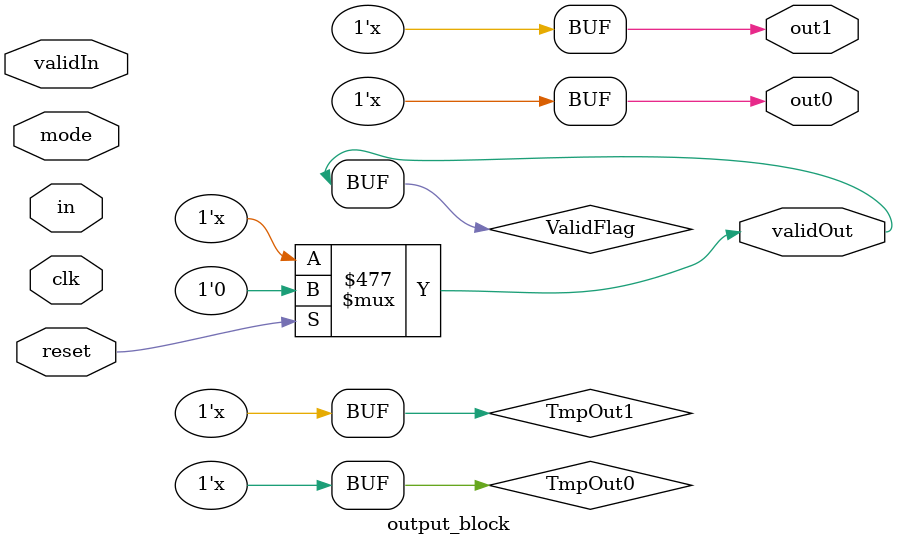
<source format=v>
`timescale 1 ns / 1 ns

/*
 Input value should change every 12 clock cycles.
 Holds input values into buffer (2 write cycles)
 Read to output from buffer (after 2 write cycle delay)
 Holds output values for 8 clock cycles.
 */

module output_block(in, clk, reset, mode, validIn, out0, out1, validOut);

   // Ports
   input [3:0]        in;  // in[0] = x; in[1] = z; in[2] = z'; in[3] = x';
   wire [3:0]         in;
   input              clk, reset, mode, validIn;  // When Load is High, new input has arrived at the input port.
   wire               clk, reset, mode, validIn;  // Mode = 0 : Normal Mode; Mode = 1 : Termination Mode.
   output             out0, out1, validOut;
   wire               out0, out1, validOut;

   // Internal Variables
   reg [4:0]          counter;          // Counts up to 12.
   reg                RdStart;          // Read Start Flag - Turned on when enough bits have been written to buffer.
   reg [3:0]          WrIndex;          // Write Index - buffer index to which input bit is written.
   reg [3:0]          RdIndex;          // Read Index  - buffer index from which bit is read.
   reg                ValidFlag;        // Valid Flag  - Turned on when outputs are valid.
   reg                TmpOut0, TmpOut1; // Stores output values and drives out0 and out1 wires.

   // SRAM Interface variables
   reg                RdWr, DevEn, DevEn1, WriteLine;
   wire               readLine1, readLine2;
   reg [3:0]          addr1, addr2;

   // Instantiate Buffers
   SRAM10T_16B Buffer(.clk(!clk), .addr1(addr1), .addr2(addr2), .readLine1(readLine1), .readLine2(readLine2), .writeLine(WriteLine), .RdWr(RdWr), .DevEn(DevEn));



   always @(posedge clk) begin
      counter = counter + 1;

      // Reset counter @ 24
      if(counter == 5'd24) begin
         counter = 3'd0;
      end
      
      if(counter == 5'd23 & validIn) 
         RdStart = 1'b1; // Start Reading now.

      if(validIn == 1'b0) 
         WrIndex = 4'd0; 
   end



   always @(counter or reset) begin

      if(reset) begin
         counter       = 5'd31;
         RdStart       = 1'b0;
         DevEn         = 1'b1;
         addr1         = 3'd0;
         addr2         = 3'd0;
         RdWr          = 1'b0;
         WrIndex       = 4'd0;
         RdIndex       = 4'd0;
         ValidFlag     = 1'b0;
      end
      else begin

         // Write when counter @ 0,1,2,3  then 12,13,14,17
         if(validIn == 1) begin
            if(counter == 5'd0) begin
               RdWr      = 1'b1;
               DevEn     = 1'b0;
               WriteLine = in[0];
               addr1     = WrIndex;
               WrIndex   = WrIndex + 1;
            end

            if(counter == 5'd1) begin
               RdWr      = 1'b1;
               DevEn     = 1'b0;
               WriteLine = in[1];
               addr1     = WrIndex;
               if(mode)
                  WrIndex   = WrIndex + 5;
               else
                  WrIndex   = WrIndex + 1;
            end

            if(counter == 5'd2) begin
               RdWr      = 1'b1;
               DevEn     = 1'b0;
               WriteLine = in[2];
               addr1     = WrIndex;
               WrIndex   = WrIndex + 1;
            end

            if(counter == 5'd3 & mode) begin
               RdWr      = 1'b1;
               DevEn     = 1'b0;
               WriteLine = in[3];
               addr1     = WrIndex;
               WrIndex   = WrIndex - 5;
            end

            if(counter == 5'd12) begin
               RdWr      = 1'b1;
               DevEn     = 1'b0;
               WriteLine = in[0];
               addr1     = WrIndex;
               WrIndex   = WrIndex + 1;
            end

            if(counter == 5'd13) begin
               RdWr      = 1'b1;
               DevEn     = 1'b0;
               WriteLine = in[1];
               addr1     = WrIndex;
               if(mode)
                  WrIndex  = WrIndex + 5;
               else
                  WrIndex  = WrIndex + 1;
            end

            if(counter == 5'd14) begin
               RdWr      = 1'b1;
               DevEn     = 1'b0;
               WriteLine = in[2];
               addr1     = WrIndex;
               WrIndex   = WrIndex + 1;
            end

            if(counter == 5'd17 & mode) begin // 17 instead of 13 to avoid overlap with read operations
               RdWr      = 1'b1;
               DevEn     = 1'b0;
               WriteLine = in[3];
               addr1     = WrIndex;
               WrIndex   = WrIndex - 5;
            end
         end


         // Read Operations when counter == 0, 8, 16
         // Latch RdWr  when counter == 23, 7, 15
         if(RdStart) begin
            if(counter == 5'd23) begin
               RdWr      = 1'b0;
               addr1     = RdIndex;
               addr2     = RdIndex+1;
            end

            if(counter == 5'd0) begin
               ValidFlag = 1'b1; 
               TmpOut0   = readLine1;
               TmpOut1   = readLine2;
               RdIndex   = RdIndex + 2;
            end

            if(counter == 5'd7) begin
               RdWr      = 1'b0;
               addr1     = RdIndex;
               addr2     = RdIndex+1;
            end

            if(counter == 5'd8) begin
               //ValidFlag = 1'b1;
               TmpOut0   = readLine1;
               TmpOut1   = readLine2;
               RdIndex   = RdIndex + 2;
            end

            if(counter == 5'd15) begin
               RdWr      = 1'b0;
               addr1     = RdIndex;
               addr2     = RdIndex+1;
            end

            if(counter == 5'd16) begin
               TmpOut0   = readLine1;
               TmpOut1   = readLine2;
               RdIndex   = RdIndex + 2;
            end
         end
      end
   end

   assign validOut   = ValidFlag;
   assign out0       = TmpOut0;
   assign out1       = TmpOut1;

endmodule

</source>
